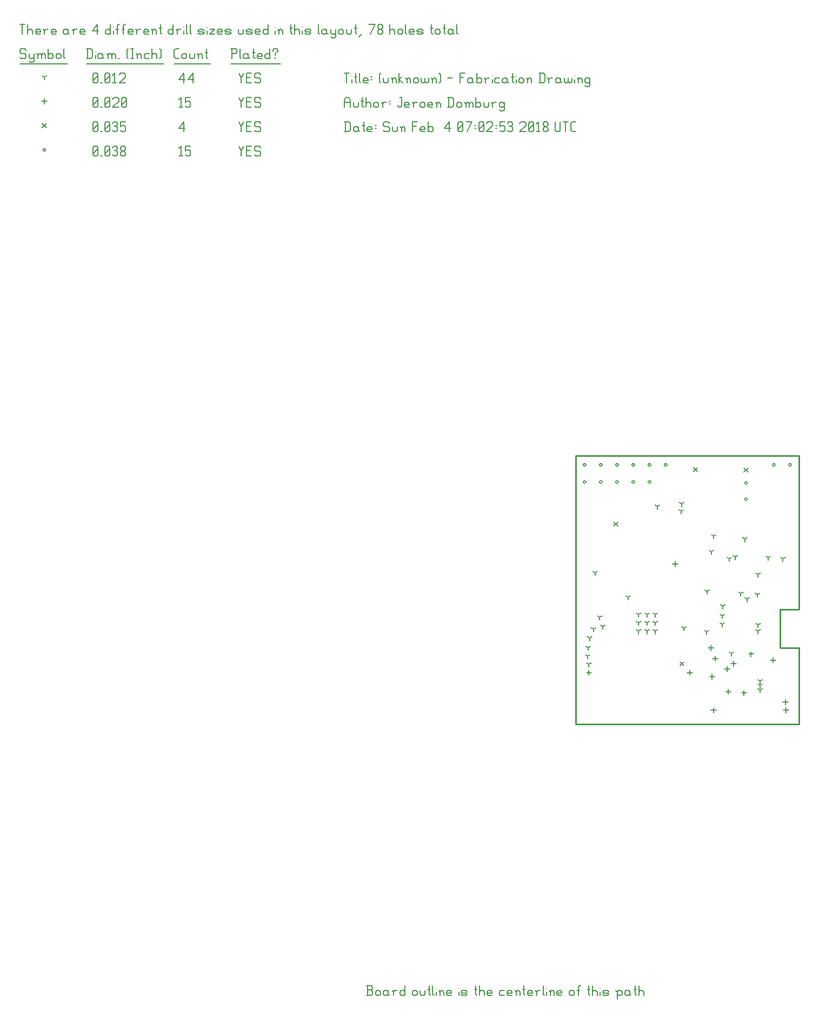
<source format=gbr>
G04 start of page 11 for group -3984 idx -3984 *
G04 Title: (unknown), fab *
G04 Creator: pcb 4.0.2 *
G04 CreationDate: Sun Feb  4 07:02:53 2018 UTC *
G04 For: jeroen *
G04 Format: Gerber/RS-274X *
G04 PCB-Dimensions (mil): 6000.00 5000.00 *
G04 PCB-Coordinate-Origin: lower left *
%MOIN*%
%FSLAX25Y25*%
%LNFAB*%
%ADD53C,0.0100*%
%ADD52C,0.0075*%
%ADD51C,0.0060*%
%ADD50R,0.0080X0.0080*%
G54D50*X464003Y317323D02*G75*G03X465603Y317323I800J0D01*G01*
G75*G03X464003Y317323I-800J0D01*G01*
X474003D02*G75*G03X475603Y317323I800J0D01*G01*
G75*G03X474003Y317323I-800J0D01*G01*
X347310Y306772D02*G75*G03X348910Y306772I800J0D01*G01*
G75*G03X347310Y306772I-800J0D01*G01*
X357310D02*G75*G03X358910Y306772I800J0D01*G01*
G75*G03X357310Y306772I-800J0D01*G01*
X367310D02*G75*G03X368910Y306772I800J0D01*G01*
G75*G03X367310Y306772I-800J0D01*G01*
X377310D02*G75*G03X378910Y306772I800J0D01*G01*
G75*G03X377310Y306772I-800J0D01*G01*
X387310D02*G75*G03X388910Y306772I800J0D01*G01*
G75*G03X387310Y306772I-800J0D01*G01*
X347310Y317323D02*G75*G03X348910Y317323I800J0D01*G01*
G75*G03X347310Y317323I-800J0D01*G01*
X357310D02*G75*G03X358910Y317323I800J0D01*G01*
G75*G03X357310Y317323I-800J0D01*G01*
X367310D02*G75*G03X368910Y317323I800J0D01*G01*
G75*G03X367310Y317323I-800J0D01*G01*
X377310D02*G75*G03X378910Y317323I800J0D01*G01*
G75*G03X377310Y317323I-800J0D01*G01*
X387310D02*G75*G03X388910Y317323I800J0D01*G01*
G75*G03X387310Y317323I-800J0D01*G01*
X397310D02*G75*G03X398910Y317323I800J0D01*G01*
G75*G03X397310Y317323I-800J0D01*G01*
X446838Y306102D02*G75*G03X448438Y306102I800J0D01*G01*
G75*G03X446838Y306102I-800J0D01*G01*
Y296102D02*G75*G03X448438Y296102I800J0D01*G01*
G75*G03X446838Y296102I-800J0D01*G01*
X14200Y511250D02*G75*G03X15800Y511250I800J0D01*G01*
G75*G03X14200Y511250I-800J0D01*G01*
G54D51*X135000Y513500D02*X136500Y510500D01*
X138000Y513500D01*
X136500Y510500D02*Y507500D01*
X139800Y510800D02*X142050D01*
X139800Y507500D02*X142800D01*
X139800Y513500D02*Y507500D01*
Y513500D02*X142800D01*
X147600D02*X148350Y512750D01*
X145350Y513500D02*X147600D01*
X144600Y512750D02*X145350Y513500D01*
X144600Y512750D02*Y511250D01*
X145350Y510500D01*
X147600D01*
X148350Y509750D01*
Y508250D01*
X147600Y507500D02*X148350Y508250D01*
X145350Y507500D02*X147600D01*
X144600Y508250D02*X145350Y507500D01*
X98000Y512300D02*X99200Y513500D01*
Y507500D01*
X98000D02*X100250D01*
X102050Y513500D02*X105050D01*
X102050D02*Y510500D01*
X102800Y511250D01*
X104300D01*
X105050Y510500D01*
Y508250D01*
X104300Y507500D02*X105050Y508250D01*
X102800Y507500D02*X104300D01*
X102050Y508250D02*X102800Y507500D01*
X45000Y508250D02*X45750Y507500D01*
X45000Y512750D02*Y508250D01*
Y512750D02*X45750Y513500D01*
X47250D01*
X48000Y512750D01*
Y508250D01*
X47250Y507500D02*X48000Y508250D01*
X45750Y507500D02*X47250D01*
X45000Y509000D02*X48000Y512000D01*
X49800Y507500D02*X50550D01*
X52350Y508250D02*X53100Y507500D01*
X52350Y512750D02*Y508250D01*
Y512750D02*X53100Y513500D01*
X54600D01*
X55350Y512750D01*
Y508250D01*
X54600Y507500D02*X55350Y508250D01*
X53100Y507500D02*X54600D01*
X52350Y509000D02*X55350Y512000D01*
X57150Y512750D02*X57900Y513500D01*
X59400D01*
X60150Y512750D01*
X59400Y507500D02*X60150Y508250D01*
X57900Y507500D02*X59400D01*
X57150Y508250D02*X57900Y507500D01*
Y510800D02*X59400D01*
X60150Y512750D02*Y511550D01*
Y510050D02*Y508250D01*
Y510050D02*X59400Y510800D01*
X60150Y511550D02*X59400Y510800D01*
X61950Y508250D02*X62700Y507500D01*
X61950Y509450D02*Y508250D01*
Y509450D02*X63000Y510500D01*
X63900D01*
X64950Y509450D01*
Y508250D01*
X64200Y507500D02*X64950Y508250D01*
X62700Y507500D02*X64200D01*
X61950Y511550D02*X63000Y510500D01*
X61950Y512750D02*Y511550D01*
Y512750D02*X62700Y513500D01*
X64200D01*
X64950Y512750D01*
Y511550D01*
X63900Y510500D02*X64950Y511550D01*
X407068Y196082D02*X409468Y193682D01*
X407068D02*X409468Y196082D01*
X366123Y281909D02*X368523Y279509D01*
X366123D02*X368523Y281909D01*
X415335Y315570D02*X417735Y313170D01*
X415335D02*X417735Y315570D01*
X446438Y315373D02*X448838Y312973D01*
X446438D02*X448838Y315373D01*
X13800Y527450D02*X16200Y525050D01*
X13800D02*X16200Y527450D01*
X135000Y528500D02*X136500Y525500D01*
X138000Y528500D01*
X136500Y525500D02*Y522500D01*
X139800Y525800D02*X142050D01*
X139800Y522500D02*X142800D01*
X139800Y528500D02*Y522500D01*
Y528500D02*X142800D01*
X147600D02*X148350Y527750D01*
X145350Y528500D02*X147600D01*
X144600Y527750D02*X145350Y528500D01*
X144600Y527750D02*Y526250D01*
X145350Y525500D01*
X147600D01*
X148350Y524750D01*
Y523250D01*
X147600Y522500D02*X148350Y523250D01*
X145350Y522500D02*X147600D01*
X144600Y523250D02*X145350Y522500D01*
X98000Y524750D02*X101000Y528500D01*
X98000Y524750D02*X101750D01*
X101000Y528500D02*Y522500D01*
X45000Y523250D02*X45750Y522500D01*
X45000Y527750D02*Y523250D01*
Y527750D02*X45750Y528500D01*
X47250D01*
X48000Y527750D01*
Y523250D01*
X47250Y522500D02*X48000Y523250D01*
X45750Y522500D02*X47250D01*
X45000Y524000D02*X48000Y527000D01*
X49800Y522500D02*X50550D01*
X52350Y523250D02*X53100Y522500D01*
X52350Y527750D02*Y523250D01*
Y527750D02*X53100Y528500D01*
X54600D01*
X55350Y527750D01*
Y523250D01*
X54600Y522500D02*X55350Y523250D01*
X53100Y522500D02*X54600D01*
X52350Y524000D02*X55350Y527000D01*
X57150Y527750D02*X57900Y528500D01*
X59400D01*
X60150Y527750D01*
X59400Y522500D02*X60150Y523250D01*
X57900Y522500D02*X59400D01*
X57150Y523250D02*X57900Y522500D01*
Y525800D02*X59400D01*
X60150Y527750D02*Y526550D01*
Y525050D02*Y523250D01*
Y525050D02*X59400Y525800D01*
X60150Y526550D02*X59400Y525800D01*
X61950Y528500D02*X64950D01*
X61950D02*Y525500D01*
X62700Y526250D01*
X64200D01*
X64950Y525500D01*
Y523250D01*
X64200Y522500D02*X64950Y523250D01*
X62700Y522500D02*X64200D01*
X61950Y523250D02*X62700Y522500D01*
X446457Y178372D02*Y175172D01*
X444857Y176772D02*X448057D01*
X472047Y172860D02*Y169660D01*
X470447Y171260D02*X473647D01*
X450787Y202387D02*Y199187D01*
X449187Y200787D02*X452387D01*
X412992Y190970D02*Y187770D01*
X411392Y189370D02*X414592D01*
X403937Y257899D02*Y254699D01*
X402337Y256299D02*X405537D01*
X428740Y199631D02*Y196431D01*
X427140Y198031D02*X430340D01*
X426772Y188608D02*Y185408D01*
X425172Y187008D02*X428372D01*
X350787Y190970D02*Y187770D01*
X349187Y189370D02*X352387D01*
X425984Y206128D02*Y202928D01*
X424384Y204528D02*X427584D01*
X472244Y167939D02*Y164739D01*
X470644Y166339D02*X473844D01*
X464370Y198647D02*Y195447D01*
X462770Y197047D02*X465970D01*
X439961Y196482D02*Y193282D01*
X438361Y194882D02*X441561D01*
X427756Y167742D02*Y164542D01*
X426156Y166142D02*X429356D01*
X436811Y179356D02*Y176156D01*
X435211Y177756D02*X438411D01*
X436024Y193135D02*Y189935D01*
X434424Y191535D02*X437624D01*
X15000Y542850D02*Y539650D01*
X13400Y541250D02*X16600D01*
X135000Y543500D02*X136500Y540500D01*
X138000Y543500D01*
X136500Y540500D02*Y537500D01*
X139800Y540800D02*X142050D01*
X139800Y537500D02*X142800D01*
X139800Y543500D02*Y537500D01*
Y543500D02*X142800D01*
X147600D02*X148350Y542750D01*
X145350Y543500D02*X147600D01*
X144600Y542750D02*X145350Y543500D01*
X144600Y542750D02*Y541250D01*
X145350Y540500D01*
X147600D01*
X148350Y539750D01*
Y538250D01*
X147600Y537500D02*X148350Y538250D01*
X145350Y537500D02*X147600D01*
X144600Y538250D02*X145350Y537500D01*
X98000Y542300D02*X99200Y543500D01*
Y537500D01*
X98000D02*X100250D01*
X102050Y543500D02*X105050D01*
X102050D02*Y540500D01*
X102800Y541250D01*
X104300D01*
X105050Y540500D01*
Y538250D01*
X104300Y537500D02*X105050Y538250D01*
X102800Y537500D02*X104300D01*
X102050Y538250D02*X102800Y537500D01*
X45000Y538250D02*X45750Y537500D01*
X45000Y542750D02*Y538250D01*
Y542750D02*X45750Y543500D01*
X47250D01*
X48000Y542750D01*
Y538250D01*
X47250Y537500D02*X48000Y538250D01*
X45750Y537500D02*X47250D01*
X45000Y539000D02*X48000Y542000D01*
X49800Y537500D02*X50550D01*
X52350Y538250D02*X53100Y537500D01*
X52350Y542750D02*Y538250D01*
Y542750D02*X53100Y543500D01*
X54600D01*
X55350Y542750D01*
Y538250D01*
X54600Y537500D02*X55350Y538250D01*
X53100Y537500D02*X54600D01*
X52350Y539000D02*X55350Y542000D01*
X57150Y542750D02*X57900Y543500D01*
X60150D01*
X60900Y542750D01*
Y541250D01*
X57150Y537500D02*X60900Y541250D01*
X57150Y537500D02*X60900D01*
X62700Y538250D02*X63450Y537500D01*
X62700Y542750D02*Y538250D01*
Y542750D02*X63450Y543500D01*
X64950D01*
X65700Y542750D01*
Y538250D01*
X64950Y537500D02*X65700Y538250D01*
X63450Y537500D02*X64950D01*
X62700Y539000D02*X65700Y542000D01*
X456299Y178740D02*Y177140D01*
Y178740D02*X457686Y179540D01*
X456299Y178740D02*X454913Y179540D01*
X456299Y181496D02*Y179896D01*
Y181496D02*X457686Y182296D01*
X456299Y181496D02*X454913Y182296D01*
X456299Y184252D02*Y182652D01*
Y184252D02*X457686Y185052D01*
X456299Y184252D02*X454913Y185052D01*
X438583Y201181D02*Y199581D01*
Y201181D02*X439969Y201981D01*
X438583Y201181D02*X437196Y201981D01*
X350394Y204724D02*Y203124D01*
Y204724D02*X351780Y205524D01*
X350394Y204724D02*X349007Y205524D01*
X350000Y199606D02*Y198006D01*
Y199606D02*X351387Y200406D01*
X350000Y199606D02*X348613Y200406D01*
X351181Y210630D02*Y209030D01*
Y210630D02*X352568Y211430D01*
X351181Y210630D02*X349794Y211430D01*
X350787Y194488D02*Y192888D01*
Y194488D02*X352174Y195288D01*
X350787Y194488D02*X349401Y195288D01*
X354724Y250787D02*Y249187D01*
Y250787D02*X356111Y251587D01*
X354724Y250787D02*X353338Y251587D01*
X353543Y216142D02*Y214542D01*
Y216142D02*X354930Y216942D01*
X353543Y216142D02*X352157Y216942D01*
X357480Y223622D02*Y222022D01*
Y223622D02*X358867Y224422D01*
X357480Y223622D02*X356094Y224422D01*
X427559Y273622D02*Y272022D01*
Y273622D02*X428946Y274422D01*
X427559Y273622D02*X426172Y274422D01*
X440945Y260630D02*Y259030D01*
Y260630D02*X442332Y261430D01*
X440945Y260630D02*X439558Y261430D01*
X446850Y271654D02*Y270054D01*
Y271654D02*X448237Y272454D01*
X446850Y271654D02*X445464Y272454D01*
X437402Y259449D02*Y257849D01*
Y259449D02*X438788Y260249D01*
X437402Y259449D02*X436015Y260249D01*
X455118Y214961D02*Y213361D01*
Y214961D02*X456505Y215761D01*
X455118Y214961D02*X453731Y215761D01*
X433071Y219291D02*Y217691D01*
Y219291D02*X434458Y220091D01*
X433071Y219291D02*X431684Y220091D01*
X433071Y224409D02*Y222809D01*
Y224409D02*X434458Y225209D01*
X433071Y224409D02*X431684Y225209D01*
X455118Y218898D02*Y217298D01*
Y218898D02*X456505Y219698D01*
X455118Y218898D02*X453731Y219698D01*
X444488Y238189D02*Y236589D01*
Y238189D02*X445875Y238989D01*
X444488Y238189D02*X443102Y238989D01*
X470472Y259449D02*Y257849D01*
Y259449D02*X471859Y260249D01*
X470472Y259449D02*X469086Y260249D01*
X423622Y239370D02*Y237770D01*
Y239370D02*X425009Y240170D01*
X423622Y239370D02*X422235Y240170D01*
X426378Y263780D02*Y262180D01*
Y263780D02*X427765Y264580D01*
X426378Y263780D02*X424991Y264580D01*
X407874Y293307D02*Y291707D01*
Y293307D02*X409261Y294107D01*
X407874Y293307D02*X406487Y294107D01*
X386614Y220079D02*Y218479D01*
Y220079D02*X388001Y220879D01*
X386614Y220079D02*X385228Y220879D01*
X391732Y220079D02*Y218479D01*
Y220079D02*X393119Y220879D01*
X391732Y220079D02*X390346Y220879D01*
X381496Y220079D02*Y218479D01*
Y220079D02*X382883Y220879D01*
X381496Y220079D02*X380109Y220879D01*
X386614Y214961D02*Y213361D01*
Y214961D02*X388001Y215761D01*
X386614Y214961D02*X385228Y215761D01*
X386614Y225197D02*Y223597D01*
Y225197D02*X388001Y225997D01*
X386614Y225197D02*X385228Y225997D01*
X381496Y225197D02*Y223597D01*
Y225197D02*X382883Y225997D01*
X381496Y225197D02*X380109Y225997D01*
X381496Y214961D02*Y213361D01*
Y214961D02*X382883Y215761D01*
X381496Y214961D02*X380109Y215761D01*
X391732Y214961D02*Y213361D01*
Y214961D02*X393119Y215761D01*
X391732Y214961D02*X390346Y215761D01*
X391732Y225197D02*Y223597D01*
Y225197D02*X393119Y225997D01*
X391732Y225197D02*X390346Y225997D01*
X423228Y214567D02*Y212967D01*
Y214567D02*X424615Y215367D01*
X423228Y214567D02*X421842Y215367D01*
X409252Y216732D02*Y215132D01*
Y216732D02*X410639Y217532D01*
X409252Y216732D02*X407865Y217532D01*
X455118Y249803D02*Y248203D01*
Y249803D02*X456505Y250603D01*
X455118Y249803D02*X453731Y250603D01*
X448228Y234646D02*Y233046D01*
Y234646D02*X449615Y235446D01*
X448228Y234646D02*X446842Y235446D01*
X454724Y237402D02*Y235802D01*
Y237402D02*X456111Y238202D01*
X454724Y237402D02*X453338Y238202D01*
X359449Y217717D02*Y216117D01*
Y217717D02*X360835Y218517D01*
X359449Y217717D02*X358062Y218517D01*
X374906Y235894D02*Y234294D01*
Y235894D02*X376292Y236694D01*
X374906Y235894D02*X373519Y236694D01*
X393024Y291642D02*Y290042D01*
Y291642D02*X394410Y292442D01*
X393024Y291642D02*X391637Y292442D01*
X433441Y230319D02*Y228719D01*
Y230319D02*X434828Y231119D01*
X433441Y230319D02*X432054Y231119D01*
X407657Y288854D02*Y287254D01*
Y288854D02*X409044Y289654D01*
X407657Y288854D02*X406271Y289654D01*
X461315Y260283D02*Y258683D01*
Y260283D02*X462702Y261083D01*
X461315Y260283D02*X459928Y261083D01*
X15000Y556250D02*Y554650D01*
Y556250D02*X16387Y557050D01*
X15000Y556250D02*X13613Y557050D01*
X135000Y558500D02*X136500Y555500D01*
X138000Y558500D01*
X136500Y555500D02*Y552500D01*
X139800Y555800D02*X142050D01*
X139800Y552500D02*X142800D01*
X139800Y558500D02*Y552500D01*
Y558500D02*X142800D01*
X147600D02*X148350Y557750D01*
X145350Y558500D02*X147600D01*
X144600Y557750D02*X145350Y558500D01*
X144600Y557750D02*Y556250D01*
X145350Y555500D01*
X147600D01*
X148350Y554750D01*
Y553250D01*
X147600Y552500D02*X148350Y553250D01*
X145350Y552500D02*X147600D01*
X144600Y553250D02*X145350Y552500D01*
X98000Y554750D02*X101000Y558500D01*
X98000Y554750D02*X101750D01*
X101000Y558500D02*Y552500D01*
X103550Y554750D02*X106550Y558500D01*
X103550Y554750D02*X107300D01*
X106550Y558500D02*Y552500D01*
X45000Y553250D02*X45750Y552500D01*
X45000Y557750D02*Y553250D01*
Y557750D02*X45750Y558500D01*
X47250D01*
X48000Y557750D01*
Y553250D01*
X47250Y552500D02*X48000Y553250D01*
X45750Y552500D02*X47250D01*
X45000Y554000D02*X48000Y557000D01*
X49800Y552500D02*X50550D01*
X52350Y553250D02*X53100Y552500D01*
X52350Y557750D02*Y553250D01*
Y557750D02*X53100Y558500D01*
X54600D01*
X55350Y557750D01*
Y553250D01*
X54600Y552500D02*X55350Y553250D01*
X53100Y552500D02*X54600D01*
X52350Y554000D02*X55350Y557000D01*
X57150Y557300D02*X58350Y558500D01*
Y552500D01*
X57150D02*X59400D01*
X61200Y557750D02*X61950Y558500D01*
X64200D01*
X64950Y557750D01*
Y556250D01*
X61200Y552500D02*X64950Y556250D01*
X61200Y552500D02*X64950D01*
X3000Y573500D02*X3750Y572750D01*
X750Y573500D02*X3000D01*
X0Y572750D02*X750Y573500D01*
X0Y572750D02*Y571250D01*
X750Y570500D01*
X3000D01*
X3750Y569750D01*
Y568250D01*
X3000Y567500D02*X3750Y568250D01*
X750Y567500D02*X3000D01*
X0Y568250D02*X750Y567500D01*
X5550Y570500D02*Y568250D01*
X6300Y567500D01*
X8550Y570500D02*Y566000D01*
X7800Y565250D02*X8550Y566000D01*
X6300Y565250D02*X7800D01*
X5550Y566000D02*X6300Y565250D01*
Y567500D02*X7800D01*
X8550Y568250D01*
X11100Y569750D02*Y567500D01*
Y569750D02*X11850Y570500D01*
X12600D01*
X13350Y569750D01*
Y567500D01*
Y569750D02*X14100Y570500D01*
X14850D01*
X15600Y569750D01*
Y567500D01*
X10350Y570500D02*X11100Y569750D01*
X17400Y573500D02*Y567500D01*
Y568250D02*X18150Y567500D01*
X19650D01*
X20400Y568250D01*
Y569750D02*Y568250D01*
X19650Y570500D02*X20400Y569750D01*
X18150Y570500D02*X19650D01*
X17400Y569750D02*X18150Y570500D01*
X22200Y569750D02*Y568250D01*
Y569750D02*X22950Y570500D01*
X24450D01*
X25200Y569750D01*
Y568250D01*
X24450Y567500D02*X25200Y568250D01*
X22950Y567500D02*X24450D01*
X22200Y568250D02*X22950Y567500D01*
X27000Y573500D02*Y568250D01*
X27750Y567500D01*
X0Y564250D02*X29250D01*
X41750Y573500D02*Y567500D01*
X43700Y573500D02*X44750Y572450D01*
Y568550D01*
X43700Y567500D02*X44750Y568550D01*
X41000Y567500D02*X43700D01*
X41000Y573500D02*X43700D01*
G54D52*X46550Y572000D02*Y571850D01*
G54D51*Y569750D02*Y567500D01*
X50300Y570500D02*X51050Y569750D01*
X48800Y570500D02*X50300D01*
X48050Y569750D02*X48800Y570500D01*
X48050Y569750D02*Y568250D01*
X48800Y567500D01*
X51050Y570500D02*Y568250D01*
X51800Y567500D01*
X48800D02*X50300D01*
X51050Y568250D01*
X54350Y569750D02*Y567500D01*
Y569750D02*X55100Y570500D01*
X55850D01*
X56600Y569750D01*
Y567500D01*
Y569750D02*X57350Y570500D01*
X58100D01*
X58850Y569750D01*
Y567500D01*
X53600Y570500D02*X54350Y569750D01*
X60650Y567500D02*X61400D01*
X65900Y568250D02*X66650Y567500D01*
X65900Y572750D02*X66650Y573500D01*
X65900Y572750D02*Y568250D01*
X68450Y573500D02*X69950D01*
X69200D02*Y567500D01*
X68450D02*X69950D01*
X72500Y569750D02*Y567500D01*
Y569750D02*X73250Y570500D01*
X74000D01*
X74750Y569750D01*
Y567500D01*
X71750Y570500D02*X72500Y569750D01*
X77300Y570500D02*X79550D01*
X76550Y569750D02*X77300Y570500D01*
X76550Y569750D02*Y568250D01*
X77300Y567500D01*
X79550D01*
X81350Y573500D02*Y567500D01*
Y569750D02*X82100Y570500D01*
X83600D01*
X84350Y569750D01*
Y567500D01*
X86150Y573500D02*X86900Y572750D01*
Y568250D01*
X86150Y567500D02*X86900Y568250D01*
X41000Y564250D02*X88700D01*
X96050Y567500D02*X98000D01*
X95000Y568550D02*X96050Y567500D01*
X95000Y572450D02*Y568550D01*
Y572450D02*X96050Y573500D01*
X98000D01*
X99800Y569750D02*Y568250D01*
Y569750D02*X100550Y570500D01*
X102050D01*
X102800Y569750D01*
Y568250D01*
X102050Y567500D02*X102800Y568250D01*
X100550Y567500D02*X102050D01*
X99800Y568250D02*X100550Y567500D01*
X104600Y570500D02*Y568250D01*
X105350Y567500D01*
X106850D01*
X107600Y568250D01*
Y570500D02*Y568250D01*
X110150Y569750D02*Y567500D01*
Y569750D02*X110900Y570500D01*
X111650D01*
X112400Y569750D01*
Y567500D01*
X109400Y570500D02*X110150Y569750D01*
X114950Y573500D02*Y568250D01*
X115700Y567500D01*
X114200Y571250D02*X115700D01*
X95000Y564250D02*X117200D01*
X130750Y573500D02*Y567500D01*
X130000Y573500D02*X133000D01*
X133750Y572750D01*
Y571250D01*
X133000Y570500D02*X133750Y571250D01*
X130750Y570500D02*X133000D01*
X135550Y573500D02*Y568250D01*
X136300Y567500D01*
X140050Y570500D02*X140800Y569750D01*
X138550Y570500D02*X140050D01*
X137800Y569750D02*X138550Y570500D01*
X137800Y569750D02*Y568250D01*
X138550Y567500D01*
X140800Y570500D02*Y568250D01*
X141550Y567500D01*
X138550D02*X140050D01*
X140800Y568250D01*
X144100Y573500D02*Y568250D01*
X144850Y567500D01*
X143350Y571250D02*X144850D01*
X147100Y567500D02*X149350D01*
X146350Y568250D02*X147100Y567500D01*
X146350Y569750D02*Y568250D01*
Y569750D02*X147100Y570500D01*
X148600D01*
X149350Y569750D01*
X146350Y569000D02*X149350D01*
Y569750D02*Y569000D01*
X154150Y573500D02*Y567500D01*
X153400D02*X154150Y568250D01*
X151900Y567500D02*X153400D01*
X151150Y568250D02*X151900Y567500D01*
X151150Y569750D02*Y568250D01*
Y569750D02*X151900Y570500D01*
X153400D01*
X154150Y569750D01*
X157450Y570500D02*Y569750D01*
Y568250D02*Y567500D01*
X155950Y572750D02*Y572000D01*
Y572750D02*X156700Y573500D01*
X158200D01*
X158950Y572750D01*
Y572000D01*
X157450Y570500D02*X158950Y572000D01*
X130000Y564250D02*X160750D01*
X0Y588500D02*X3000D01*
X1500D02*Y582500D01*
X4800Y588500D02*Y582500D01*
Y584750D02*X5550Y585500D01*
X7050D01*
X7800Y584750D01*
Y582500D01*
X10350D02*X12600D01*
X9600Y583250D02*X10350Y582500D01*
X9600Y584750D02*Y583250D01*
Y584750D02*X10350Y585500D01*
X11850D01*
X12600Y584750D01*
X9600Y584000D02*X12600D01*
Y584750D02*Y584000D01*
X15150Y584750D02*Y582500D01*
Y584750D02*X15900Y585500D01*
X17400D01*
X14400D02*X15150Y584750D01*
X19950Y582500D02*X22200D01*
X19200Y583250D02*X19950Y582500D01*
X19200Y584750D02*Y583250D01*
Y584750D02*X19950Y585500D01*
X21450D01*
X22200Y584750D01*
X19200Y584000D02*X22200D01*
Y584750D02*Y584000D01*
X28950Y585500D02*X29700Y584750D01*
X27450Y585500D02*X28950D01*
X26700Y584750D02*X27450Y585500D01*
X26700Y584750D02*Y583250D01*
X27450Y582500D01*
X29700Y585500D02*Y583250D01*
X30450Y582500D01*
X27450D02*X28950D01*
X29700Y583250D01*
X33000Y584750D02*Y582500D01*
Y584750D02*X33750Y585500D01*
X35250D01*
X32250D02*X33000Y584750D01*
X37800Y582500D02*X40050D01*
X37050Y583250D02*X37800Y582500D01*
X37050Y584750D02*Y583250D01*
Y584750D02*X37800Y585500D01*
X39300D01*
X40050Y584750D01*
X37050Y584000D02*X40050D01*
Y584750D02*Y584000D01*
X44550Y584750D02*X47550Y588500D01*
X44550Y584750D02*X48300D01*
X47550Y588500D02*Y582500D01*
X55800Y588500D02*Y582500D01*
X55050D02*X55800Y583250D01*
X53550Y582500D02*X55050D01*
X52800Y583250D02*X53550Y582500D01*
X52800Y584750D02*Y583250D01*
Y584750D02*X53550Y585500D01*
X55050D01*
X55800Y584750D01*
G54D52*X57600Y587000D02*Y586850D01*
G54D51*Y584750D02*Y582500D01*
X59850Y587750D02*Y582500D01*
Y587750D02*X60600Y588500D01*
X61350D01*
X59100Y585500D02*X60600D01*
X63600Y587750D02*Y582500D01*
Y587750D02*X64350Y588500D01*
X65100D01*
X62850Y585500D02*X64350D01*
X67350Y582500D02*X69600D01*
X66600Y583250D02*X67350Y582500D01*
X66600Y584750D02*Y583250D01*
Y584750D02*X67350Y585500D01*
X68850D01*
X69600Y584750D01*
X66600Y584000D02*X69600D01*
Y584750D02*Y584000D01*
X72150Y584750D02*Y582500D01*
Y584750D02*X72900Y585500D01*
X74400D01*
X71400D02*X72150Y584750D01*
X76950Y582500D02*X79200D01*
X76200Y583250D02*X76950Y582500D01*
X76200Y584750D02*Y583250D01*
Y584750D02*X76950Y585500D01*
X78450D01*
X79200Y584750D01*
X76200Y584000D02*X79200D01*
Y584750D02*Y584000D01*
X81750Y584750D02*Y582500D01*
Y584750D02*X82500Y585500D01*
X83250D01*
X84000Y584750D01*
Y582500D01*
X81000Y585500D02*X81750Y584750D01*
X86550Y588500D02*Y583250D01*
X87300Y582500D01*
X85800Y586250D02*X87300D01*
X94500Y588500D02*Y582500D01*
X93750D02*X94500Y583250D01*
X92250Y582500D02*X93750D01*
X91500Y583250D02*X92250Y582500D01*
X91500Y584750D02*Y583250D01*
Y584750D02*X92250Y585500D01*
X93750D01*
X94500Y584750D01*
X97050D02*Y582500D01*
Y584750D02*X97800Y585500D01*
X99300D01*
X96300D02*X97050Y584750D01*
G54D52*X101100Y587000D02*Y586850D01*
G54D51*Y584750D02*Y582500D01*
X102600Y588500D02*Y583250D01*
X103350Y582500D01*
X104850Y588500D02*Y583250D01*
X105600Y582500D01*
X110550D02*X112800D01*
X113550Y583250D01*
X112800Y584000D02*X113550Y583250D01*
X110550Y584000D02*X112800D01*
X109800Y584750D02*X110550Y584000D01*
X109800Y584750D02*X110550Y585500D01*
X112800D01*
X113550Y584750D01*
X109800Y583250D02*X110550Y582500D01*
G54D52*X115350Y587000D02*Y586850D01*
G54D51*Y584750D02*Y582500D01*
X116850Y585500D02*X119850D01*
X116850Y582500D02*X119850Y585500D01*
X116850Y582500D02*X119850D01*
X122400D02*X124650D01*
X121650Y583250D02*X122400Y582500D01*
X121650Y584750D02*Y583250D01*
Y584750D02*X122400Y585500D01*
X123900D01*
X124650Y584750D01*
X121650Y584000D02*X124650D01*
Y584750D02*Y584000D01*
X127200Y582500D02*X129450D01*
X130200Y583250D01*
X129450Y584000D02*X130200Y583250D01*
X127200Y584000D02*X129450D01*
X126450Y584750D02*X127200Y584000D01*
X126450Y584750D02*X127200Y585500D01*
X129450D01*
X130200Y584750D01*
X126450Y583250D02*X127200Y582500D01*
X134700Y585500D02*Y583250D01*
X135450Y582500D01*
X136950D01*
X137700Y583250D01*
Y585500D02*Y583250D01*
X140250Y582500D02*X142500D01*
X143250Y583250D01*
X142500Y584000D02*X143250Y583250D01*
X140250Y584000D02*X142500D01*
X139500Y584750D02*X140250Y584000D01*
X139500Y584750D02*X140250Y585500D01*
X142500D01*
X143250Y584750D01*
X139500Y583250D02*X140250Y582500D01*
X145800D02*X148050D01*
X145050Y583250D02*X145800Y582500D01*
X145050Y584750D02*Y583250D01*
Y584750D02*X145800Y585500D01*
X147300D01*
X148050Y584750D01*
X145050Y584000D02*X148050D01*
Y584750D02*Y584000D01*
X152850Y588500D02*Y582500D01*
X152100D02*X152850Y583250D01*
X150600Y582500D02*X152100D01*
X149850Y583250D02*X150600Y582500D01*
X149850Y584750D02*Y583250D01*
Y584750D02*X150600Y585500D01*
X152100D01*
X152850Y584750D01*
G54D52*X157350Y587000D02*Y586850D01*
G54D51*Y584750D02*Y582500D01*
X159600Y584750D02*Y582500D01*
Y584750D02*X160350Y585500D01*
X161100D01*
X161850Y584750D01*
Y582500D01*
X158850Y585500D02*X159600Y584750D01*
X167100Y588500D02*Y583250D01*
X167850Y582500D01*
X166350Y586250D02*X167850D01*
X169350Y588500D02*Y582500D01*
Y584750D02*X170100Y585500D01*
X171600D01*
X172350Y584750D01*
Y582500D01*
G54D52*X174150Y587000D02*Y586850D01*
G54D51*Y584750D02*Y582500D01*
X176400D02*X178650D01*
X179400Y583250D01*
X178650Y584000D02*X179400Y583250D01*
X176400Y584000D02*X178650D01*
X175650Y584750D02*X176400Y584000D01*
X175650Y584750D02*X176400Y585500D01*
X178650D01*
X179400Y584750D01*
X175650Y583250D02*X176400Y582500D01*
X183900Y588500D02*Y583250D01*
X184650Y582500D01*
X188400Y585500D02*X189150Y584750D01*
X186900Y585500D02*X188400D01*
X186150Y584750D02*X186900Y585500D01*
X186150Y584750D02*Y583250D01*
X186900Y582500D01*
X189150Y585500D02*Y583250D01*
X189900Y582500D01*
X186900D02*X188400D01*
X189150Y583250D01*
X191700Y585500D02*Y583250D01*
X192450Y582500D01*
X194700Y585500D02*Y581000D01*
X193950Y580250D02*X194700Y581000D01*
X192450Y580250D02*X193950D01*
X191700Y581000D02*X192450Y580250D01*
Y582500D02*X193950D01*
X194700Y583250D01*
X196500Y584750D02*Y583250D01*
Y584750D02*X197250Y585500D01*
X198750D01*
X199500Y584750D01*
Y583250D01*
X198750Y582500D02*X199500Y583250D01*
X197250Y582500D02*X198750D01*
X196500Y583250D02*X197250Y582500D01*
X201300Y585500D02*Y583250D01*
X202050Y582500D01*
X203550D01*
X204300Y583250D01*
Y585500D02*Y583250D01*
X206850Y588500D02*Y583250D01*
X207600Y582500D01*
X206100Y586250D02*X207600D01*
X209100Y581000D02*X210600Y582500D01*
X215850D02*X218850Y588500D01*
X215100D02*X218850D01*
X220650Y583250D02*X221400Y582500D01*
X220650Y584450D02*Y583250D01*
Y584450D02*X221700Y585500D01*
X222600D01*
X223650Y584450D01*
Y583250D01*
X222900Y582500D02*X223650Y583250D01*
X221400Y582500D02*X222900D01*
X220650Y586550D02*X221700Y585500D01*
X220650Y587750D02*Y586550D01*
Y587750D02*X221400Y588500D01*
X222900D01*
X223650Y587750D01*
Y586550D01*
X222600Y585500D02*X223650Y586550D01*
X228150Y588500D02*Y582500D01*
Y584750D02*X228900Y585500D01*
X230400D01*
X231150Y584750D01*
Y582500D01*
X232950Y584750D02*Y583250D01*
Y584750D02*X233700Y585500D01*
X235200D01*
X235950Y584750D01*
Y583250D01*
X235200Y582500D02*X235950Y583250D01*
X233700Y582500D02*X235200D01*
X232950Y583250D02*X233700Y582500D01*
X237750Y588500D02*Y583250D01*
X238500Y582500D01*
X240750D02*X243000D01*
X240000Y583250D02*X240750Y582500D01*
X240000Y584750D02*Y583250D01*
Y584750D02*X240750Y585500D01*
X242250D01*
X243000Y584750D01*
X240000Y584000D02*X243000D01*
Y584750D02*Y584000D01*
X245550Y582500D02*X247800D01*
X248550Y583250D01*
X247800Y584000D02*X248550Y583250D01*
X245550Y584000D02*X247800D01*
X244800Y584750D02*X245550Y584000D01*
X244800Y584750D02*X245550Y585500D01*
X247800D01*
X248550Y584750D01*
X244800Y583250D02*X245550Y582500D01*
X253800Y588500D02*Y583250D01*
X254550Y582500D01*
X253050Y586250D02*X254550D01*
X256050Y584750D02*Y583250D01*
Y584750D02*X256800Y585500D01*
X258300D01*
X259050Y584750D01*
Y583250D01*
X258300Y582500D02*X259050Y583250D01*
X256800Y582500D02*X258300D01*
X256050Y583250D02*X256800Y582500D01*
X261600Y588500D02*Y583250D01*
X262350Y582500D01*
X260850Y586250D02*X262350D01*
X266100Y585500D02*X266850Y584750D01*
X264600Y585500D02*X266100D01*
X263850Y584750D02*X264600Y585500D01*
X263850Y584750D02*Y583250D01*
X264600Y582500D01*
X266850Y585500D02*Y583250D01*
X267600Y582500D01*
X264600D02*X266100D01*
X266850Y583250D01*
X269400Y588500D02*Y583250D01*
X270150Y582500D01*
G54D53*X342520Y322835D02*X480315D01*
Y157480D02*X342520D01*
Y322835D01*
X480315Y228346D02*X468504D01*
Y204724D01*
X480315D01*
Y157480D02*Y204724D01*
Y228346D02*Y322835D01*
G54D51*X213675Y-9500D02*X216675D01*
X217425Y-8750D01*
Y-6950D02*Y-8750D01*
X216675Y-6200D02*X217425Y-6950D01*
X214425Y-6200D02*X216675D01*
X214425Y-3500D02*Y-9500D01*
X213675Y-3500D02*X216675D01*
X217425Y-4250D01*
Y-5450D01*
X216675Y-6200D02*X217425Y-5450D01*
X219225Y-7250D02*Y-8750D01*
Y-7250D02*X219975Y-6500D01*
X221475D01*
X222225Y-7250D01*
Y-8750D01*
X221475Y-9500D02*X222225Y-8750D01*
X219975Y-9500D02*X221475D01*
X219225Y-8750D02*X219975Y-9500D01*
X226275Y-6500D02*X227025Y-7250D01*
X224775Y-6500D02*X226275D01*
X224025Y-7250D02*X224775Y-6500D01*
X224025Y-7250D02*Y-8750D01*
X224775Y-9500D01*
X227025Y-6500D02*Y-8750D01*
X227775Y-9500D01*
X224775D02*X226275D01*
X227025Y-8750D01*
X230325Y-7250D02*Y-9500D01*
Y-7250D02*X231075Y-6500D01*
X232575D01*
X229575D02*X230325Y-7250D01*
X237375Y-3500D02*Y-9500D01*
X236625D02*X237375Y-8750D01*
X235125Y-9500D02*X236625D01*
X234375Y-8750D02*X235125Y-9500D01*
X234375Y-7250D02*Y-8750D01*
Y-7250D02*X235125Y-6500D01*
X236625D01*
X237375Y-7250D01*
X241875D02*Y-8750D01*
Y-7250D02*X242625Y-6500D01*
X244125D01*
X244875Y-7250D01*
Y-8750D01*
X244125Y-9500D02*X244875Y-8750D01*
X242625Y-9500D02*X244125D01*
X241875Y-8750D02*X242625Y-9500D01*
X246675Y-6500D02*Y-8750D01*
X247425Y-9500D01*
X248925D01*
X249675Y-8750D01*
Y-6500D02*Y-8750D01*
X252225Y-3500D02*Y-8750D01*
X252975Y-9500D01*
X251475Y-5750D02*X252975D01*
X254475Y-3500D02*Y-8750D01*
X255225Y-9500D01*
G54D52*X256725Y-5000D02*Y-5150D01*
G54D51*Y-7250D02*Y-9500D01*
X258975Y-7250D02*Y-9500D01*
Y-7250D02*X259725Y-6500D01*
X260475D01*
X261225Y-7250D01*
Y-9500D01*
X258225Y-6500D02*X258975Y-7250D01*
X263775Y-9500D02*X266025D01*
X263025Y-8750D02*X263775Y-9500D01*
X263025Y-7250D02*Y-8750D01*
Y-7250D02*X263775Y-6500D01*
X265275D01*
X266025Y-7250D01*
X263025Y-8000D02*X266025D01*
Y-7250D02*Y-8000D01*
G54D52*X270525Y-5000D02*Y-5150D01*
G54D51*Y-7250D02*Y-9500D01*
X272775D02*X275025D01*
X275775Y-8750D01*
X275025Y-8000D02*X275775Y-8750D01*
X272775Y-8000D02*X275025D01*
X272025Y-7250D02*X272775Y-8000D01*
X272025Y-7250D02*X272775Y-6500D01*
X275025D01*
X275775Y-7250D01*
X272025Y-8750D02*X272775Y-9500D01*
X281025Y-3500D02*Y-8750D01*
X281775Y-9500D01*
X280275Y-5750D02*X281775D01*
X283275Y-3500D02*Y-9500D01*
Y-7250D02*X284025Y-6500D01*
X285525D01*
X286275Y-7250D01*
Y-9500D01*
X288825D02*X291075D01*
X288075Y-8750D02*X288825Y-9500D01*
X288075Y-7250D02*Y-8750D01*
Y-7250D02*X288825Y-6500D01*
X290325D01*
X291075Y-7250D01*
X288075Y-8000D02*X291075D01*
Y-7250D02*Y-8000D01*
X296325Y-6500D02*X298575D01*
X295575Y-7250D02*X296325Y-6500D01*
X295575Y-7250D02*Y-8750D01*
X296325Y-9500D01*
X298575D01*
X301125D02*X303375D01*
X300375Y-8750D02*X301125Y-9500D01*
X300375Y-7250D02*Y-8750D01*
Y-7250D02*X301125Y-6500D01*
X302625D01*
X303375Y-7250D01*
X300375Y-8000D02*X303375D01*
Y-7250D02*Y-8000D01*
X305925Y-7250D02*Y-9500D01*
Y-7250D02*X306675Y-6500D01*
X307425D01*
X308175Y-7250D01*
Y-9500D01*
X305175Y-6500D02*X305925Y-7250D01*
X310725Y-3500D02*Y-8750D01*
X311475Y-9500D01*
X309975Y-5750D02*X311475D01*
X313725Y-9500D02*X315975D01*
X312975Y-8750D02*X313725Y-9500D01*
X312975Y-7250D02*Y-8750D01*
Y-7250D02*X313725Y-6500D01*
X315225D01*
X315975Y-7250D01*
X312975Y-8000D02*X315975D01*
Y-7250D02*Y-8000D01*
X318525Y-7250D02*Y-9500D01*
Y-7250D02*X319275Y-6500D01*
X320775D01*
X317775D02*X318525Y-7250D01*
X322575Y-3500D02*Y-8750D01*
X323325Y-9500D01*
G54D52*X324825Y-5000D02*Y-5150D01*
G54D51*Y-7250D02*Y-9500D01*
X327075Y-7250D02*Y-9500D01*
Y-7250D02*X327825Y-6500D01*
X328575D01*
X329325Y-7250D01*
Y-9500D01*
X326325Y-6500D02*X327075Y-7250D01*
X331875Y-9500D02*X334125D01*
X331125Y-8750D02*X331875Y-9500D01*
X331125Y-7250D02*Y-8750D01*
Y-7250D02*X331875Y-6500D01*
X333375D01*
X334125Y-7250D01*
X331125Y-8000D02*X334125D01*
Y-7250D02*Y-8000D01*
X338625Y-7250D02*Y-8750D01*
Y-7250D02*X339375Y-6500D01*
X340875D01*
X341625Y-7250D01*
Y-8750D01*
X340875Y-9500D02*X341625Y-8750D01*
X339375Y-9500D02*X340875D01*
X338625Y-8750D02*X339375Y-9500D01*
X344175Y-4250D02*Y-9500D01*
Y-4250D02*X344925Y-3500D01*
X345675D01*
X343425Y-6500D02*X344925D01*
X350625Y-3500D02*Y-8750D01*
X351375Y-9500D01*
X349875Y-5750D02*X351375D01*
X352875Y-3500D02*Y-9500D01*
Y-7250D02*X353625Y-6500D01*
X355125D01*
X355875Y-7250D01*
Y-9500D01*
G54D52*X357675Y-5000D02*Y-5150D01*
G54D51*Y-7250D02*Y-9500D01*
X359925D02*X362175D01*
X362925Y-8750D01*
X362175Y-8000D02*X362925Y-8750D01*
X359925Y-8000D02*X362175D01*
X359175Y-7250D02*X359925Y-8000D01*
X359175Y-7250D02*X359925Y-6500D01*
X362175D01*
X362925Y-7250D01*
X359175Y-8750D02*X359925Y-9500D01*
X368175Y-7250D02*Y-11750D01*
X367425Y-6500D02*X368175Y-7250D01*
X368925Y-6500D01*
X370425D01*
X371175Y-7250D01*
Y-8750D01*
X370425Y-9500D02*X371175Y-8750D01*
X368925Y-9500D02*X370425D01*
X368175Y-8750D02*X368925Y-9500D01*
X375225Y-6500D02*X375975Y-7250D01*
X373725Y-6500D02*X375225D01*
X372975Y-7250D02*X373725Y-6500D01*
X372975Y-7250D02*Y-8750D01*
X373725Y-9500D01*
X375975Y-6500D02*Y-8750D01*
X376725Y-9500D01*
X373725D02*X375225D01*
X375975Y-8750D01*
X379275Y-3500D02*Y-8750D01*
X380025Y-9500D01*
X378525Y-5750D02*X380025D01*
X381525Y-3500D02*Y-9500D01*
Y-7250D02*X382275Y-6500D01*
X383775D01*
X384525Y-7250D01*
Y-9500D01*
X200750Y528500D02*Y522500D01*
X202700Y528500D02*X203750Y527450D01*
Y523550D01*
X202700Y522500D02*X203750Y523550D01*
X200000Y522500D02*X202700D01*
X200000Y528500D02*X202700D01*
X207800Y525500D02*X208550Y524750D01*
X206300Y525500D02*X207800D01*
X205550Y524750D02*X206300Y525500D01*
X205550Y524750D02*Y523250D01*
X206300Y522500D01*
X208550Y525500D02*Y523250D01*
X209300Y522500D01*
X206300D02*X207800D01*
X208550Y523250D01*
X211850Y528500D02*Y523250D01*
X212600Y522500D01*
X211100Y526250D02*X212600D01*
X214850Y522500D02*X217100D01*
X214100Y523250D02*X214850Y522500D01*
X214100Y524750D02*Y523250D01*
Y524750D02*X214850Y525500D01*
X216350D01*
X217100Y524750D01*
X214100Y524000D02*X217100D01*
Y524750D02*Y524000D01*
X218900Y526250D02*X219650D01*
X218900Y524750D02*X219650D01*
X227150Y528500D02*X227900Y527750D01*
X224900Y528500D02*X227150D01*
X224150Y527750D02*X224900Y528500D01*
X224150Y527750D02*Y526250D01*
X224900Y525500D01*
X227150D01*
X227900Y524750D01*
Y523250D01*
X227150Y522500D02*X227900Y523250D01*
X224900Y522500D02*X227150D01*
X224150Y523250D02*X224900Y522500D01*
X229700Y525500D02*Y523250D01*
X230450Y522500D01*
X231950D01*
X232700Y523250D01*
Y525500D02*Y523250D01*
X235250Y524750D02*Y522500D01*
Y524750D02*X236000Y525500D01*
X236750D01*
X237500Y524750D01*
Y522500D01*
X234500Y525500D02*X235250Y524750D01*
X242000Y528500D02*Y522500D01*
Y528500D02*X245000D01*
X242000Y525800D02*X244250D01*
X247550Y522500D02*X249800D01*
X246800Y523250D02*X247550Y522500D01*
X246800Y524750D02*Y523250D01*
Y524750D02*X247550Y525500D01*
X249050D01*
X249800Y524750D01*
X246800Y524000D02*X249800D01*
Y524750D02*Y524000D01*
X251600Y528500D02*Y522500D01*
Y523250D02*X252350Y522500D01*
X253850D01*
X254600Y523250D01*
Y524750D02*Y523250D01*
X253850Y525500D02*X254600Y524750D01*
X252350Y525500D02*X253850D01*
X251600Y524750D02*X252350Y525500D01*
X261800Y524750D02*X264800Y528500D01*
X261800Y524750D02*X265550D01*
X264800Y528500D02*Y522500D01*
X270050Y523250D02*X270800Y522500D01*
X270050Y527750D02*Y523250D01*
Y527750D02*X270800Y528500D01*
X272300D01*
X273050Y527750D01*
Y523250D01*
X272300Y522500D02*X273050Y523250D01*
X270800Y522500D02*X272300D01*
X270050Y524000D02*X273050Y527000D01*
X275600Y522500D02*X278600Y528500D01*
X274850D02*X278600D01*
X280400Y526250D02*X281150D01*
X280400Y524750D02*X281150D01*
X282950Y523250D02*X283700Y522500D01*
X282950Y527750D02*Y523250D01*
Y527750D02*X283700Y528500D01*
X285200D01*
X285950Y527750D01*
Y523250D01*
X285200Y522500D02*X285950Y523250D01*
X283700Y522500D02*X285200D01*
X282950Y524000D02*X285950Y527000D01*
X287750Y527750D02*X288500Y528500D01*
X290750D01*
X291500Y527750D01*
Y526250D01*
X287750Y522500D02*X291500Y526250D01*
X287750Y522500D02*X291500D01*
X293300Y526250D02*X294050D01*
X293300Y524750D02*X294050D01*
X295850Y528500D02*X298850D01*
X295850D02*Y525500D01*
X296600Y526250D01*
X298100D01*
X298850Y525500D01*
Y523250D01*
X298100Y522500D02*X298850Y523250D01*
X296600Y522500D02*X298100D01*
X295850Y523250D02*X296600Y522500D01*
X300650Y527750D02*X301400Y528500D01*
X302900D01*
X303650Y527750D01*
X302900Y522500D02*X303650Y523250D01*
X301400Y522500D02*X302900D01*
X300650Y523250D02*X301400Y522500D01*
Y525800D02*X302900D01*
X303650Y527750D02*Y526550D01*
Y525050D02*Y523250D01*
Y525050D02*X302900Y525800D01*
X303650Y526550D02*X302900Y525800D01*
X308150Y527750D02*X308900Y528500D01*
X311150D01*
X311900Y527750D01*
Y526250D01*
X308150Y522500D02*X311900Y526250D01*
X308150Y522500D02*X311900D01*
X313700Y523250D02*X314450Y522500D01*
X313700Y527750D02*Y523250D01*
Y527750D02*X314450Y528500D01*
X315950D01*
X316700Y527750D01*
Y523250D01*
X315950Y522500D02*X316700Y523250D01*
X314450Y522500D02*X315950D01*
X313700Y524000D02*X316700Y527000D01*
X318500Y527300D02*X319700Y528500D01*
Y522500D01*
X318500D02*X320750D01*
X322550Y523250D02*X323300Y522500D01*
X322550Y524450D02*Y523250D01*
Y524450D02*X323600Y525500D01*
X324500D01*
X325550Y524450D01*
Y523250D01*
X324800Y522500D02*X325550Y523250D01*
X323300Y522500D02*X324800D01*
X322550Y526550D02*X323600Y525500D01*
X322550Y527750D02*Y526550D01*
Y527750D02*X323300Y528500D01*
X324800D01*
X325550Y527750D01*
Y526550D01*
X324500Y525500D02*X325550Y526550D01*
X330050Y528500D02*Y523250D01*
X330800Y522500D01*
X332300D01*
X333050Y523250D01*
Y528500D02*Y523250D01*
X334850Y528500D02*X337850D01*
X336350D02*Y522500D01*
X340700D02*X342650D01*
X339650Y523550D02*X340700Y522500D01*
X339650Y527450D02*Y523550D01*
Y527450D02*X340700Y528500D01*
X342650D01*
X200000Y542000D02*Y537500D01*
Y542000D02*X201050Y543500D01*
X202700D01*
X203750Y542000D01*
Y537500D01*
X200000Y540500D02*X203750D01*
X205550D02*Y538250D01*
X206300Y537500D01*
X207800D01*
X208550Y538250D01*
Y540500D02*Y538250D01*
X211100Y543500D02*Y538250D01*
X211850Y537500D01*
X210350Y541250D02*X211850D01*
X213350Y543500D02*Y537500D01*
Y539750D02*X214100Y540500D01*
X215600D01*
X216350Y539750D01*
Y537500D01*
X218150Y539750D02*Y538250D01*
Y539750D02*X218900Y540500D01*
X220400D01*
X221150Y539750D01*
Y538250D01*
X220400Y537500D02*X221150Y538250D01*
X218900Y537500D02*X220400D01*
X218150Y538250D02*X218900Y537500D01*
X223700Y539750D02*Y537500D01*
Y539750D02*X224450Y540500D01*
X225950D01*
X222950D02*X223700Y539750D01*
X227750Y541250D02*X228500D01*
X227750Y539750D02*X228500D01*
X234050Y543500D02*X235250D01*
Y538250D01*
X234500Y537500D02*X235250Y538250D01*
X233750Y537500D02*X234500D01*
X233000Y538250D02*X233750Y537500D01*
X233000Y539000D02*Y538250D01*
X237800Y537500D02*X240050D01*
X237050Y538250D02*X237800Y537500D01*
X237050Y539750D02*Y538250D01*
Y539750D02*X237800Y540500D01*
X239300D01*
X240050Y539750D01*
X237050Y539000D02*X240050D01*
Y539750D02*Y539000D01*
X242600Y539750D02*Y537500D01*
Y539750D02*X243350Y540500D01*
X244850D01*
X241850D02*X242600Y539750D01*
X246650D02*Y538250D01*
Y539750D02*X247400Y540500D01*
X248900D01*
X249650Y539750D01*
Y538250D01*
X248900Y537500D02*X249650Y538250D01*
X247400Y537500D02*X248900D01*
X246650Y538250D02*X247400Y537500D01*
X252200D02*X254450D01*
X251450Y538250D02*X252200Y537500D01*
X251450Y539750D02*Y538250D01*
Y539750D02*X252200Y540500D01*
X253700D01*
X254450Y539750D01*
X251450Y539000D02*X254450D01*
Y539750D02*Y539000D01*
X257000Y539750D02*Y537500D01*
Y539750D02*X257750Y540500D01*
X258500D01*
X259250Y539750D01*
Y537500D01*
X256250Y540500D02*X257000Y539750D01*
X264500Y543500D02*Y537500D01*
X266450Y543500D02*X267500Y542450D01*
Y538550D01*
X266450Y537500D02*X267500Y538550D01*
X263750Y537500D02*X266450D01*
X263750Y543500D02*X266450D01*
X269300Y539750D02*Y538250D01*
Y539750D02*X270050Y540500D01*
X271550D01*
X272300Y539750D01*
Y538250D01*
X271550Y537500D02*X272300Y538250D01*
X270050Y537500D02*X271550D01*
X269300Y538250D02*X270050Y537500D01*
X274850Y539750D02*Y537500D01*
Y539750D02*X275600Y540500D01*
X276350D01*
X277100Y539750D01*
Y537500D01*
Y539750D02*X277850Y540500D01*
X278600D01*
X279350Y539750D01*
Y537500D01*
X274100Y540500D02*X274850Y539750D01*
X281150Y543500D02*Y537500D01*
Y538250D02*X281900Y537500D01*
X283400D01*
X284150Y538250D01*
Y539750D02*Y538250D01*
X283400Y540500D02*X284150Y539750D01*
X281900Y540500D02*X283400D01*
X281150Y539750D02*X281900Y540500D01*
X285950D02*Y538250D01*
X286700Y537500D01*
X288200D01*
X288950Y538250D01*
Y540500D02*Y538250D01*
X291500Y539750D02*Y537500D01*
Y539750D02*X292250Y540500D01*
X293750D01*
X290750D02*X291500Y539750D01*
X297800Y540500D02*X298550Y539750D01*
X296300Y540500D02*X297800D01*
X295550Y539750D02*X296300Y540500D01*
X295550Y539750D02*Y538250D01*
X296300Y537500D01*
X297800D01*
X298550Y538250D01*
X295550Y536000D02*X296300Y535250D01*
X297800D01*
X298550Y536000D01*
Y540500D02*Y536000D01*
X200000Y558500D02*X203000D01*
X201500D02*Y552500D01*
G54D52*X204800Y557000D02*Y556850D01*
G54D51*Y554750D02*Y552500D01*
X207050Y558500D02*Y553250D01*
X207800Y552500D01*
X206300Y556250D02*X207800D01*
X209300Y558500D02*Y553250D01*
X210050Y552500D01*
X212300D02*X214550D01*
X211550Y553250D02*X212300Y552500D01*
X211550Y554750D02*Y553250D01*
Y554750D02*X212300Y555500D01*
X213800D01*
X214550Y554750D01*
X211550Y554000D02*X214550D01*
Y554750D02*Y554000D01*
X216350Y556250D02*X217100D01*
X216350Y554750D02*X217100D01*
X221600Y553250D02*X222350Y552500D01*
X221600Y557750D02*X222350Y558500D01*
X221600Y557750D02*Y553250D01*
X224150Y555500D02*Y553250D01*
X224900Y552500D01*
X226400D01*
X227150Y553250D01*
Y555500D02*Y553250D01*
X229700Y554750D02*Y552500D01*
Y554750D02*X230450Y555500D01*
X231200D01*
X231950Y554750D01*
Y552500D01*
X228950Y555500D02*X229700Y554750D01*
X233750Y558500D02*Y552500D01*
Y554750D02*X236000Y552500D01*
X233750Y554750D02*X235250Y556250D01*
X238550Y554750D02*Y552500D01*
Y554750D02*X239300Y555500D01*
X240050D01*
X240800Y554750D01*
Y552500D01*
X237800Y555500D02*X238550Y554750D01*
X242600D02*Y553250D01*
Y554750D02*X243350Y555500D01*
X244850D01*
X245600Y554750D01*
Y553250D01*
X244850Y552500D02*X245600Y553250D01*
X243350Y552500D02*X244850D01*
X242600Y553250D02*X243350Y552500D01*
X247400Y555500D02*Y553250D01*
X248150Y552500D01*
X248900D01*
X249650Y553250D01*
Y555500D02*Y553250D01*
X250400Y552500D01*
X251150D01*
X251900Y553250D01*
Y555500D02*Y553250D01*
X254450Y554750D02*Y552500D01*
Y554750D02*X255200Y555500D01*
X255950D01*
X256700Y554750D01*
Y552500D01*
X253700Y555500D02*X254450Y554750D01*
X258500Y558500D02*X259250Y557750D01*
Y553250D01*
X258500Y552500D02*X259250Y553250D01*
X263750Y555500D02*X266750D01*
X271250Y558500D02*Y552500D01*
Y558500D02*X274250D01*
X271250Y555800D02*X273500D01*
X278300Y555500D02*X279050Y554750D01*
X276800Y555500D02*X278300D01*
X276050Y554750D02*X276800Y555500D01*
X276050Y554750D02*Y553250D01*
X276800Y552500D01*
X279050Y555500D02*Y553250D01*
X279800Y552500D01*
X276800D02*X278300D01*
X279050Y553250D01*
X281600Y558500D02*Y552500D01*
Y553250D02*X282350Y552500D01*
X283850D01*
X284600Y553250D01*
Y554750D02*Y553250D01*
X283850Y555500D02*X284600Y554750D01*
X282350Y555500D02*X283850D01*
X281600Y554750D02*X282350Y555500D01*
X287150Y554750D02*Y552500D01*
Y554750D02*X287900Y555500D01*
X289400D01*
X286400D02*X287150Y554750D01*
G54D52*X291200Y557000D02*Y556850D01*
G54D51*Y554750D02*Y552500D01*
X293450Y555500D02*X295700D01*
X292700Y554750D02*X293450Y555500D01*
X292700Y554750D02*Y553250D01*
X293450Y552500D01*
X295700D01*
X299750Y555500D02*X300500Y554750D01*
X298250Y555500D02*X299750D01*
X297500Y554750D02*X298250Y555500D01*
X297500Y554750D02*Y553250D01*
X298250Y552500D01*
X300500Y555500D02*Y553250D01*
X301250Y552500D01*
X298250D02*X299750D01*
X300500Y553250D01*
X303800Y558500D02*Y553250D01*
X304550Y552500D01*
X303050Y556250D02*X304550D01*
G54D52*X306050Y557000D02*Y556850D01*
G54D51*Y554750D02*Y552500D01*
X307550Y554750D02*Y553250D01*
Y554750D02*X308300Y555500D01*
X309800D01*
X310550Y554750D01*
Y553250D01*
X309800Y552500D02*X310550Y553250D01*
X308300Y552500D02*X309800D01*
X307550Y553250D02*X308300Y552500D01*
X313100Y554750D02*Y552500D01*
Y554750D02*X313850Y555500D01*
X314600D01*
X315350Y554750D01*
Y552500D01*
X312350Y555500D02*X313100Y554750D01*
X320600Y558500D02*Y552500D01*
X322550Y558500D02*X323600Y557450D01*
Y553550D01*
X322550Y552500D02*X323600Y553550D01*
X319850Y552500D02*X322550D01*
X319850Y558500D02*X322550D01*
X326150Y554750D02*Y552500D01*
Y554750D02*X326900Y555500D01*
X328400D01*
X325400D02*X326150Y554750D01*
X332450Y555500D02*X333200Y554750D01*
X330950Y555500D02*X332450D01*
X330200Y554750D02*X330950Y555500D01*
X330200Y554750D02*Y553250D01*
X330950Y552500D01*
X333200Y555500D02*Y553250D01*
X333950Y552500D01*
X330950D02*X332450D01*
X333200Y553250D01*
X335750Y555500D02*Y553250D01*
X336500Y552500D01*
X337250D01*
X338000Y553250D01*
Y555500D02*Y553250D01*
X338750Y552500D01*
X339500D01*
X340250Y553250D01*
Y555500D02*Y553250D01*
G54D52*X342050Y557000D02*Y556850D01*
G54D51*Y554750D02*Y552500D01*
X344300Y554750D02*Y552500D01*
Y554750D02*X345050Y555500D01*
X345800D01*
X346550Y554750D01*
Y552500D01*
X343550Y555500D02*X344300Y554750D01*
X350600Y555500D02*X351350Y554750D01*
X349100Y555500D02*X350600D01*
X348350Y554750D02*X349100Y555500D01*
X348350Y554750D02*Y553250D01*
X349100Y552500D01*
X350600D01*
X351350Y553250D01*
X348350Y551000D02*X349100Y550250D01*
X350600D01*
X351350Y551000D01*
Y555500D02*Y551000D01*
M02*

</source>
